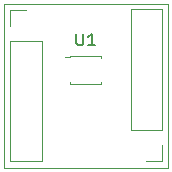
<source format=gbr>
G04 #@! TF.GenerationSoftware,KiCad,Pcbnew,(5.1.5-0-10_14)*
G04 #@! TF.CreationDate,2020-04-28T22:37:27-06:00*
G04 #@! TF.ProjectId,SSOP4-Breakout,53534f50-342d-4427-9265-616b6f75742e,rev?*
G04 #@! TF.SameCoordinates,Original*
G04 #@! TF.FileFunction,Legend,Top*
G04 #@! TF.FilePolarity,Positive*
%FSLAX46Y46*%
G04 Gerber Fmt 4.6, Leading zero omitted, Abs format (unit mm)*
G04 Created by KiCad (PCBNEW (5.1.5-0-10_14)) date 2020-04-28 22:37:27*
%MOMM*%
%LPD*%
G04 APERTURE LIST*
%ADD10C,0.050000*%
%ADD11C,0.120000*%
%ADD12C,0.150000*%
G04 APERTURE END LIST*
D10*
X24892000Y-25908000D02*
X25908000Y-25908000D01*
X25908000Y-12065000D02*
X24892000Y-12065000D01*
X24892000Y-12065000D02*
X12065000Y-12065000D01*
X25908000Y-25908000D02*
X25908000Y-12065000D01*
X12065000Y-25908000D02*
X24892000Y-25908000D01*
X12065000Y-12065000D02*
X12065000Y-25908000D01*
D11*
X17623000Y-18853000D02*
X20223000Y-18853000D01*
X20223000Y-18853000D02*
X20223000Y-18653000D01*
X20223000Y-16653000D02*
X20223000Y-16453000D01*
X20223000Y-16453000D02*
X17623000Y-16453000D01*
X17623000Y-16453000D02*
X17623000Y-16553000D01*
X17623000Y-16553000D02*
X17223000Y-16553000D01*
X17623000Y-18853000D02*
X17623000Y-18653000D01*
X25409200Y-25333000D02*
X24079200Y-25333000D01*
X25409200Y-24003000D02*
X25409200Y-25333000D01*
X25409200Y-22733000D02*
X22749200Y-22733000D01*
X22749200Y-22733000D02*
X22749200Y-12513000D01*
X25409200Y-22733000D02*
X25409200Y-12513000D01*
X25409200Y-12513000D02*
X22749200Y-12513000D01*
X12560001Y-12560001D02*
X13890001Y-12560001D01*
X12560001Y-13890001D02*
X12560001Y-12560001D01*
X12560001Y-15160001D02*
X15220001Y-15160001D01*
X15220001Y-15160001D02*
X15220001Y-25380001D01*
X12560001Y-15160001D02*
X12560001Y-25380001D01*
X12560001Y-25380001D02*
X15220001Y-25380001D01*
D12*
X18161095Y-14565380D02*
X18161095Y-15374904D01*
X18208714Y-15470142D01*
X18256333Y-15517761D01*
X18351571Y-15565380D01*
X18542047Y-15565380D01*
X18637285Y-15517761D01*
X18684904Y-15470142D01*
X18732523Y-15374904D01*
X18732523Y-14565380D01*
X19732523Y-15565380D02*
X19161095Y-15565380D01*
X19446809Y-15565380D02*
X19446809Y-14565380D01*
X19351571Y-14708238D01*
X19256333Y-14803476D01*
X19161095Y-14851095D01*
M02*

</source>
